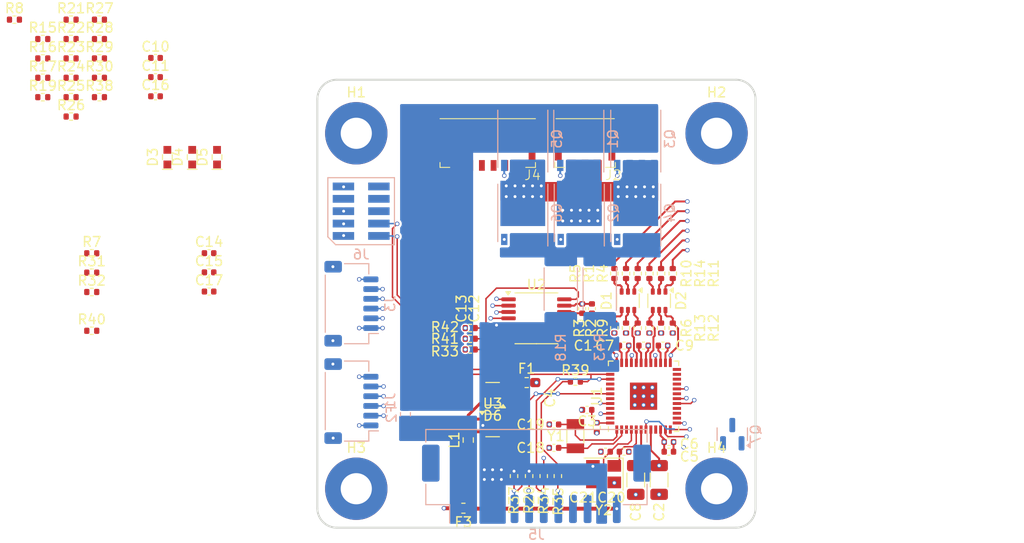
<source format=kicad_pcb>
(kicad_pcb (version 20240108) (generator "pcbnew") (generator_version "8.0")
  (title_block (title "Wheel Motor Driver") (date "2024-12-06") (rev "1") (company "SSL A-Team") (comment 1 "Author: Will Stuckey"))
  (layers (0 "F.Cu" signal) (1 "In1.Cu" signal) (2 "In2.Cu" signal) (3 "In3.Cu" signal) (4 "In4.Cu" signal) (31 "B.Cu" signal) (34 "B.Paste" user) (35 "F.Paste" user) (36 "B.SilkS" user "B.Silkscreen") (37 "F.SilkS" user "F.Silkscreen") (38 "B.Mask" user) (39 "F.Mask" user) (44 "Edge.Cuts" user))
  (net 0 "")
  (net 1 "Net-(U1C-VBOOTU)")
  (net 2 "/motor_driver/MOTOR_{U}")
  (net 3 "GND")
  (net 4 "+BATT")
  (net 6 "+3V0")
  (net 7 "/motor_driver/MOTOR_{V}")
  (net 8 "Net-(U1C-VBOOTV)")
  (net 9 "Net-(U1A-VREG12)")
  (net 10 "Net-(U1C-VBOOTW)")
  (net 11 "/motor_driver/MOTOR_{W}")
  (net 12 "Net-(U1E-OC_COMP)")
  (net 13 "/motor_driver/I_{SENSE(FILTERED)}")
  (net 14 "/3v3_FILT")
  (net 15 "/3v0_PREFUSE")
  (net 16 "/motor_driver/NRST")
  (net 17 "/motor_driver/OSC32_N")
  (net 18 "/motor_driver/OSC32_P")
  (net 19 "/motor_driver/OSC_N")
  (net 20 "/motor_driver/OSC_P")
  (net 21 "Net-(D1A-A)")
  (net 22 "Net-(D1C-A)")
  (net 23 "Net-(D1C-K)")
  (net 24 "Net-(D1B-K)")
  (net 25 "Net-(D1B-A)")
  (net 26 "Net-(D1A-K)")
  (net 27 "Net-(D2B-A)")
  (net 28 "Net-(D2A-K)")
  (net 29 "Net-(D2B-K)")
  (net 30 "Net-(D2A-A)")
  (net 31 "Net-(D2C-K)")
  (net 32 "Net-(D2C-A)")
  (net 33 "+3V3")
  (net 35 "/motor_driver/VEL_ENC_{~{DET}}")
  (net 36 "/encoder/VEL_ENC.B")
  (net 37 "/encoder/VEL_ENC.A")
  (net 38 "/encoder/VEL_ENC.Z")
  (net 39 "/encoder/MOSI")
  (net 40 "/encoder/SCK")
  (net 41 "/encoder/MISO")
  (net 42 "/encoder/CSn")
  (net 43 "/BOOT_UART.RST")
  (net 44 "Net-(Q1-G)")
  (net 45 "Net-(Q2-G)")
  (net 46 "Net-(Q3-G)")
  (net 47 "/motor_driver/LED_{WARN}")
  (net 48 "Net-(D3-A)")
  (net 49 "Net-(Q4-G)")
  (net 50 "Net-(Q5-G)")
  (net 51 "Net-(Q6-G)")
  (net 52 "Net-(D4-A)")
  (net 53 "/motor_driver/LED_{FW_READY}")
  (net 54 "Net-(D5-A)")
  (net 55 "/motor_driver/LED_{ERROR}")
  (net 56 "/motor_driver/V_{sense}_V_{batt}")
  (net 57 "/motor_driver/I_{SENSE(RAW)}")
  (net 58 "/motor_driver/I_{SENSE(AMPLIFIED)}")
  (net 59 "Net-(U1D-OP1N)")
  (net 60 "Net-(U1D-OP1P)")
  (net 61 "/motor_driver/HALL_{1}")
  (net 62 "/motor_driver/HALL_{2}")
  (net 63 "/motor_driver/HALL_{3}")
  (net 64 "Net-(U2-A)")
  (net 65 "/BOOT_UART.RX")
  (net 66 "Net-(J5-Pin_8)")
  (net 67 "/BOOT_UART.TX")
  (net 68 "/BOOT_UART.BOOT0")
  (net 69 "/motor_driver/SWCLK")
  (net 70 "Net-(U2-B)")
  (net 71 "Net-(U2-I)")
  (net 76 "Net-(J5-Pin_1)")
  (net 77 "Net-(J5-Pin_12)")
  (net 80 "/motor_driver/SWDIO")
  (footprint "Capacitor_SMD:C_0402_1005Metric" (layer "F.Cu") (at 216.2 159.2 -90)
    (property "Reference" "C4")
    (property "Value" "0.1uF 63V")
  )
  (footprint "Resistor_SMD:R_0402_1005Metric" (layer "F.Cu") (at 212.2 164.2 90)
    (property "Reference" "R35")
    (property "Value" "330")
  )
  (footprint "Resistor_SMD:R_0402_1005Metric" (layer "F.Cu") (at 210.75 164.2 -90)
    (property "Reference" "R34")
    (property "Value" "100k")
  )
  (footprint "Capacitor_SMD:C_0402_1005Metric" (layer "F.Cu") (at 214.7 147 90)
    (property "Reference" "C13")
    (property "Value" "0.1uF")
  )
  (footprint "Resistor_SMD:R_0402_1005Metric" (layer "F.Cu") (at 159.305 119.32)
    (property "Reference" "R15")
    (property "Value" "10k")
  )
  (footprint "Resistor_SMD:R_0402_1005Metric" (layer "F.Cu") (at 165.125 125.29)
    (property "Reference" "R38")
    (property "Value" "1k")
  )
  (footprint "Capacitor_SMD:C_0402_1005Metric" (layer "F.Cu") (at 223.6 161.7)
    (property "Reference" "C5")
    (property "Value" "1uF 10V")
  )
  (footprint "Resistor_SMD:R_0402_1005Metric" (layer "F.Cu") (at 159.305 123.3)
    (property "Reference" "R17")
    (property "Value" "11.5k")
  )
  (footprint "Capacitor_SMD:C_0402_1005Metric" (layer "F.Cu") (at 176.385 141.31)
    (property "Reference" "C14")
    (property "Value" "0.1u 63V")
  )
  (footprint "Capacitor_SMD:C_1206_3216Metric" (layer "F.Cu") (at 220.2 164.6 -90)
    (property "Reference" "C8")
    (property "Value" "1uF 63V")
  )
  (footprint "Capacitor_SMD:C_0402_1005Metric" (layer "F.Cu") (at 221 150.8)
    (property "Reference" "C7")
    (property "Value" "0.1uF 63V")
  )
  (footprint "Resistor_SMD:R_0402_1005Metric" (layer "F.Cu") (at 222.8 143.4 90)
    (property "Reference" "R14")
    (property "Value" "10")
  )
  (footprint "Resistor_SMD:R_0402_1005Metric" (layer "F.Cu") (at 209.25 164.2 90)
    (property "Reference" "R20")
    (property "Value" "100k")
  )
  (footprint "Resistor_SMD:R_0402_1005Metric" (layer "F.Cu") (at 220.4 143.4 90)
    (property "Reference" "R10")
    (property "Value" "10")
  )
  (footprint "Resistor_SMD:R_0402_1005Metric" (layer "F.Cu") (at 162.215 119.32)
    (property "Reference" "R22")
    (property "Value" "2.37k")
  )
  (footprint "AT-LED:LED0603" (layer "F.Cu") (at 177.2 131.45 90)
    (property "Reference" "D5")
    (property "Value" "XL-1608SURC-06")
  )
  (footprint "Capacitor_SMD:C_0402_1005Metric" (layer "F.Cu") (at 217.1 161.7 180)
    (property "Reference" "C21")
    (property "Value" "11pF")
  )
  (footprint "Resistor_SMD:R_0402_1005Metric" (layer "F.Cu") (at 220.4 149 -90)
    (property "Reference" "R9")
    (property "Value" "62")
  )
  (footprint "Resistor_SMD:R_0402_1005Metric" (layer "F.Cu") (at 162.215 117.33)
    (property "Reference" "R21")
    (property "Value" "143k")
  )
  (footprint "Crystal:Crystal_SMD_3225-4Pin_3.2x2.5mm" (layer "F.Cu") (at 216.9 164 180)
    (property "Reference" "Y2")
    (property "Value" "TAXM8M4RDBCCT2T")
  )
  (footprint "Resistor_SMD:R_0402_1005Metric" (layer "F.Cu") (at 156.395 117.33)
    (property "Reference" "R8")
    (property "Value" "10k")
  )
  (footprint "MountingHole:MountingHole_3.2mm_M3_Pad_TopBottom" (layer "F.Cu") (at 228.5 129)
    (property "Reference" "H2")
    (property "Value" "M3")
  )
  (footprint "Capacitor_SMD:C_0402_1005Metric" (layer "F.Cu") (at 170.885 123.23)
    (property "Reference" "C11")
    (property "Value" "1uF 10V")
  )
  (footprint "MountingHole:MountingHole_3.2mm_M3_Pad_TopBottom" (layer "F.Cu") (at 191.5 129)
    (property "Reference" "H1")
    (property "Value" "M3")
  )
  (footprint "Capacitor_SMD:C_0402_1005Metric" (layer "F.Cu") (at 176.385 145.25)
    (property "Reference" "C17")
    (property "Value" "1uF 10V")
  )
  (footprint "Resistor_SMD:R_0402_1005Metric" (layer "F.Cu") (at 224 149 -90)
    (property "Reference" "R12")
    (property "Value" "62")
  )
  (footprint "Resistor_SMD:R_0402_1005Metric" (layer "F.Cu") (at 165.125 119.32)
    (property "Reference" "R28")
    (property "Value" "4.7k")
  )
  (footprint "Resistor_SMD:R_0402_1005Metric" (layer "F.Cu") (at 164.335 149.28)
    (property "Reference" "R40")
    (property "Value" "10k")
  )
  (footprint "Resistor_SMD:R_0402_1005Metric" (layer "F.Cu") (at 165.125 121.31)
    (property "Reference" "R29")
    (property "Value" "4.7k")
  )
  (footprint "Resistor_SMD:R_0402_1005Metric" (layer "F.Cu") (at 164.335 143.31)
    (property "Reference" "R31")
    (property "Value" "10k")
  )
  (footprint "Capacitor_SMD:C_0402_1005Metric" (layer "F.Cu") (at 219 161.7)
    (property "Reference" "C20")
    (property "Value" "11pF")
  )
  (footprint "Fuse:Fuse_0603_1608Metric_Pad1.05x0.95mm_HandSolder" (layer "F.Cu") (at 202.5 167.5 180)
    (property "Reference" "F3")
    (property "Value" "0467.250NRHF")
  )
  (footprint "Package_TO_SOT_SMD:SOT-353_SC-70-5" (layer "F.Cu") (at 205.5 159)
    (property "Reference" "U3")
    (property "Value" "TLV70030_SOT353")
  )
  (footprint "AT-LED:LED0603" (layer "F.Cu") (at 172.1 131.450001 90)
    (property "Reference" "D3")
    (property "Value" "XL-1608UOC-06")
  )
  (footprint "Resistor_SMD:R_0402_1005Metric" (layer "F.Cu") (at 162.215 121.31)
    (property "Reference" "R23")
    (property "Value" "649k")
  )
  (footprint "Package_SO:TSSOP-14_4.4x5mm_P0.65mm" (layer "F.Cu") (at 210 148)
    (property "Reference" "U2")
    (property "Value" "AS5047P")
  )
  (footprint "AT-LED:LED0603" (layer "F.Cu") (at 174.65 131.45 90)
    (property "Reference" "D4")
    (property "Value" "XL-1608UGC-04")
  )
  (footprint "AT-Connectors:JST_ACHFR_06V" (layer "F.Cu") (at 205 132.5)
    (property "Reference" "J4")
    (property "Value" "BM06B-ACHFKS")
  )
  (footprint "Capacitor_SMD:C_0402_1005Metric" (layer "F.Cu") (at 223 150.8)
    (property "Reference" "C9")
    (property "Value" "0.1uF 63V")
  )
  (footprint "Capacitor_SMD:C_0402_1005Metric" (layer "F.Cu") (at 215.7 147 90)
    (property "Reference" "C12")
    (property "Value" "1uF")
  )
  (footprint "Resistor_SMD:R_0402_1005Metric" (layer "F.Cu") (at 221.6 143.4 90)
    (property "Reference" "R5")
    (property "Value" "10")
  )
  (footprint "Package_TO_SOT_SMD:SOT-363_SC-70-6" (layer "F.Cu") (at 205.5 155.75 180)
    (property "Reference" "D6")
    (property "Value" "BAS16VY")
  )
  (footprint "Package_TO_SOT_SMD:SOT-363_SC-70-6" (layer "F.Cu") (at 222.6 146.2 -90)
    (property "Reference" "D2")
    (property "Value" "BAS16VY")
  )
  (footprint "Resistor_SMD:R_0402_1005Metric" (layer "F.Cu") (at 203.2 151.2)
    (property "Reference" "R33")
    (property "Value" "0")
  )
  (footprint "Resistor_SMD:R_0402_1005Metric" (layer "F.Cu") (at 219.2 149 -90)
    (property "Reference" "R2")
    (property "Value" "62")
  )
  (footprint "MountingHole:MountingHole_3.2mm_M3_Pad_TopBottom" (layer "F.Cu") (at 191.5 165.5)
    (property "Reference" "H3")
    (property "Value" "M3")
  )
  (footprint "Resistor_SMD:R_0402_1005Metric" (layer "F.Cu") (at 224 143.4 90)
    (property "Reference" "R11")
    (property "Value" "10")
  )
  (footprint "MountingHole:MountingHole_3.2mm_M3_Pad_TopBottom" (layer "F.Cu") (at 228.5 165.5)
    (property "Reference" "H4")
    (property "Value" "M3")
  )
  (footprint "Resistor_SMD:R_0402_1005Metric" (layer "F.Cu") (at 203.2 150.1)
    (property "Reference" "R41")
    (property "Value" "0")
  )
  (footprint "Resistor_SMD:R_0402_1005Metric" (layer "F.Cu") (at 164.335 141.32)
    (property "Reference" "R7")
    (property "Value" "10k")
  )
  (footprint "Resistor_SMD:R_0402_1005Metric" (layer "F.Cu") (at 162.215 125.29)
    (property "Reference" "R25")
    (property "Value" "22")
  )
  (footprint "Resistor_SMD:R_0402_1005Metric" (layer "F.Cu") (at 162.215 127.28)
    (property "Reference" "R26")
    (property "Value" "2.37k")
  )
  (footprint "Capacitor_SMD:C_0402_1005Metric" (layer "F.Cu") (at 176.385 143.28)
    (property "Reference" "C15")
    (property "Value" "1uF 10V")
  )
  (footprint "Resistor_SMD:R_0402_1005Metric" (layer "F.Cu") (at 159.305 125.29)
    (property "Reference" "R19")
    (property "Value" "26.7k")
  )
  (footprint "Resistor_SMD:R_0402_1005Metric" (layer "F.Cu") (at 222.8 149 -90)
    (property "Reference" "R13")
    (property "Value" "62")
  )
  (footprint "Capacitor_SMD:C_0402_1005Metric" (layer "F.Cu") (at 170.885 121.26)
    (property "Reference" "C10")
    (property "Value" "1uF 10V")
  )
  (footprint "Resistor_SMD:R_0402_1005Metric" (layer "F.Cu") (at 219.2 143.4 90)
    (property "Reference" "R1")
    (property "Value" "10")
  )
  (footprint "Resistor_SMD:R_0402_1005Metric" (layer "F.Cu") (at 162.215 123.3)
    (property "Reference" "R24")
    (property "Value" "10k")
  )
  (footprint "Resistor_SMD:R_0402_1005Metric" (layer "F.Cu") (at 207.7 164.2 90)
    (property "Reference" "R37")
    (property "Value" "100k")
  )
  (footprint "AT-IC:QFN-48-1EP_7x7mm_P0.5mm_EP2.8x2.8mm" (layer "F.Cu") (at 221 156 90)
    (property "Reference" "U1")
    (property "Value" "STSPIN32F0B")
  )
  (footprint "Resistor_SMD:R_0402_1005Metric" (layer "F.Cu") (at 164.335 145.3)
    (property "Reference" "R32")
    (property "Value" "10k")
  )
  (footprint "AT-Connectors:JST_ACHFR_03V" (layer "F.Cu") (at 215 132.5)
    (property "Reference" "J2")
    (property "Value" "BM03B-ACHFKS")
  )
  (footprint "Capacitor_SMD:C_0402_1005Metric" (layer "F.Cu") (at 215.2 157.4 180)
    (property "Reference" "C3")
    (property "Value" "1uF 10V")
  )
  (footprint "Package_TO_SOT_SMD:SOT-363_SC-70-6" (layer "F.Cu") (at 219.4 146.2 -90)
    (property "Reference" "D1")
    (property "Value" "BAS16VY")
  )
  (footprint "Fuse:Fuse_0603_1608Metric_Pad1.05x0.95mm_HandSolder" (layer "F.Cu") (at 209 154.6)
    (property "Reference" "F1")
    (property "Value" "0467.250NRHF")
  )
  (footprint "Resistor_SMD:R_0402_1005Metric" (layer "F.Cu") (at 165.125 117.33)
    (property "Reference" "R27")
    (property "Value" "53.6k")
  )
  (footprint "Capacitor_SMD:C_0402_1005Metric" (layer "F.Cu") (at 223.6 160.7)
    (property "Reference" "C6")
    (property "Value" "0.1uF 63V")
  )
  (footprint "Capacitor_SMD:C_0402_1005Metric" (layer "F.Cu") (at 211.8 158.9 180)
    (property "Reference" "C19")
    (property "Value" "15pF")
  )
  (footprint "Resistor_SMD:R_0402_1005Metric" (layer "F.Cu") (at 159.305 121.31)
    (property "Reference" "R16")
    (property "Value" "10k")
  )
  (footprint "Capacitor_SMD:C_1206_3216Metric" (layer "F.Cu") (at 222.6 164.6 -90)
    (property "Reference" "C2")
    (property "Value" "1uF 63V")
  )
  (footprint "Capacitor_SMD:C_0402_1005Metric" (layer "F.Cu") (at 170.885 125.2)
    (property "Reference" "C16")
    (property "Value" "100n 50V")
  )
  (footprint "Resistor_SMD:R_0402_1005Metric" (layer "F.Cu") (at 203.2 149)
    (property "Reference" "R42")
    (property "Value" "0")
  )
  (footprint "Resistor_SMD:R_0402_1005Metric" (layer "F.Cu") (at 165.125 123.3)
    (property "Reference" "R30")
    (property "Value" "4.7k")
  )
  (footprint "Crystal:Crystal_SMD_3215-2Pin_3.2x1.5mm" (layer "F.Cu") (at 214 160.1 -90)
    (property "Reference" "Y1")
    (property "Value" "Q13FC13500005")
  )
  (footprint "Resistor_SMD:R_0603_1608Metric" (layer "F.Cu") (at 203 160.5 90)
    (property "Reference" "L1")
    (property "Value" "650 @100MHz")
  )
  (footprint "Resistor_SMD:R_0402_1005Metric" (layer "F.Cu") (at 221.6 149 -90)
    (property "Reference" "R6")
    (property "Value" "62")
  )
  (footprint "Capacitor_SMD:C_0402_1005Metric" (layer "F.Cu") (at 219 150.8)
    (property "Reference" "C1")
    (property "Value" "0.1uF 63V")
  )
  (footprint "Resistor_SMD:R_0402_1005Metric" (layer "F.Cu") (at 218 149 -90)
    (property "Reference" "R3")
    (property "Value" "62")
  )
  (footprint "Resistor_SMD:R_0402_1005Metric" (layer "F.Cu") (at 218 143.4 90)
    (property "Reference" "R4")
    (property "Value" "10")
  )
  (footprint "Resistor_SMD:R_0402_1005Metric" (layer "F.Cu") (at 214 154.5)
    (property "Reference" "R39")
    (property "Value" "0")
  )
  (footprint "Capacitor_SMD:C_0402_1005Metric" (layer "F.Cu") (at 211.8 161.3 180)
    (property "Reference" "C18")
    (property "Value" "15pF")
  )
  (footprint "AT-Connectors:Samtec-2x5pin-0.5mm" (layer "B.Cu") (at 192 137 90)
    (property "Reference" "J6")
    (property "Value" "Conn_ARM_JTAG_SWD_10")
  )
  (footprint "Connector_JST:JST_ZE_SM12B-ZESS-TB_1x12-1MP_P1.50mm_Horizontal" (layer "B.Cu") (at 210 165)
    (property "Reference" "J5")
    (property "Value" "SM12B-ZESS")
  )
  (footprint "Resistor_SMD:R_2512_6332Metric" (layer "B.Cu") (at 212.5 145 -90)
    (property "Reference" "R18")
    (property "Value" "HoLLR2512-3W-30mR-1%")
  )
  (footprint "AT-Discrete:PowerFLAT_5x6" (layer "B.Cu") (at 220.2 129.575 90)
    (property "Reference" "Q3")
    (property "Value" "STL90N10F7")
  )
  (footprint "AT-Discrete:PowerFLAT_5x6" (layer "B.Cu") (at 208.6 129.575 90)
    (property "Reference" "Q5")
    (property "Value" "STL90N10F7")
  )
  (footprint "AT-Discrete:PowerFLAT_5x6" (layer "B.Cu") (at 214.349999 129.575 90)
    (property "Reference" "Q1")
    (property "Value" "STL90N10F7")
  )
  (footprint "Fuse:Fuse_0603_1608Metric_Pad1.05x0.95mm_HandSolder" (layer "B.Cu") (at 196.55 157.85 -90)
    (property "Reference" "F2")
    (property "Value" "4A")
  )
  (footprint "Connector_JST:JST_SH_SM06B-SRSS-TB_1x06-1MP_P1.00mm_Horizontal" (layer "B.Cu") (at 191 156.5 90)
    (property "Reference" "J1")
    (property "Value" "SM06B-SRSS-TB")
  )
  (footprint "Package_TO_SOT_SMD:SOT-23" (layer "B.Cu") (at 230.112501 159.9 90)
    (property "Reference" "Q7")
    (property "Value" "BSS138K")
  )
  (footprint "AT-Discrete:PowerFLAT_5x6" (layer "B.Cu") (at 220.2 137.175 90)
    (property "Reference" "Q4")
    (property "Value" "STL90N10F7")
  )
  (footprint "Connector_JST:JST_SH_SM06B-SRSS-TB_1x06-1MP_P1.00mm_Horizontal" (layer "B.Cu") (at 191 146.5 90)
    (property "Reference" "J3")
    (property "Value" "SM06B-SRSS-TB")
  )
  (footprint "Resistor_SMD:R_2512_6332Metric" (layer "B.Cu") (at 216.5 145 -90)
    (property "Reference" "R43")
    (property "Value" "HoLLR2512-3W-30mR-1%")
  )
  (footprint "AT-Discrete:PowerFLAT_5x6" (layer "B.Cu") (at 208.6 137.175 90)
    (property "Reference" "Q6")
    (property "Value" "STL90N10F7")
  )
  (footprint "AT-Discrete:PowerFLAT_5x6" (layer "B.Cu") (at 214.4 137.175 90)
    (property "Reference" "Q2")
    (property "Value" "STL90N10F7")
  )
  (gr_line (start 230.5 123.5) (end 189.5 123.5) (stroke (width 0.2)) (layer "Edge.Cuts"))
  (gr_arc (start 187.5 125.5) (mid 188.085786 124.085786) (end 189.5 123.5) (stroke (width 0.2)) (layer "Edge.Cuts"))
  (gr_line (start 230.5 169.5) (end 189.5 169.5) (stroke (width 0.2)) (layer "Edge.Cuts"))
  (gr_arc (start 230.5 123.5) (mid 231.914214 124.085786) (end 232.5 125.5) (stroke (width 0.2)) (layer "Edge.Cuts"))
  (gr_line (start 232.5 125.5) (end 232.5 167.5) (stroke (width 0.2)) (layer "Edge.Cuts"))
  (gr_arc (start 189.5 169.5) (mid 188.085786 168.914214) (end 187.5 167.5) (stroke (width 0.2)) (layer "Edge.Cuts"))
  (gr_arc (start 232.5 167.5) (mid 231.914214 168.914214) (end 230.5 169.5) (stroke (width 0.2)) (layer "Edge.Cuts"))
  (gr_line (start 187.5 125.5) (end 187.5 167.5) (stroke (width 0.2)) (layer "Edge.Cuts"))
  (segment (start 218.52 151.32) (end 218.52 150.8) (width 0.2) (layer "F.Cu") (net 1))
  (segment (start 218.75 151.55) (end 218.52 151.32) (width 0.2) (layer "F.Cu") (net 1))
  (segment (start 218.75 152.575) (end 218.75 151.55) (width 0.2) (layer "F.Cu") (net 1))
  (segment (start 219.25 151.55) (end 219.25 152.575) (width 0.2) (layer "F.Cu") (net 2))
  (segment (start 219.48 150.8) (end 219.48 151.32) (width 0.2) (layer "F.Cu") (net 2))
  (segment (start 219.48 151.32) (end 219.25 151.55) (width 0.2) (layer "F.Cu") (net 2))
  (via (at 212.7 138) (size 0.45) (drill 0.3) (layers "F.Cu" "B.Cu") (net 2))
  (via (at 213.6 138) (size 0.45) (drill 0.3) (layers "F.Cu" "B.Cu") (net 2))
  (via (at 216.3 136.9) (size 0.45) (drill 0.3) (layers "F.Cu" "B.Cu") (net 2))
  (via (at 212.7 136.9) (size 0.45) (drill 0.3) (layers "F.Cu" "B.Cu") (net 2))
  (via (at 215.4 138) (size 0.45) (drill 0.3) (layers "F.Cu" "B.Cu") (net 2))
  (via (at 215.4 136.9) (size 0.45) (drill 0.3) (layers "F.Cu" "B.Cu") (net 2))
  (via (at 216.3 138) (size 0.45) (drill 0.3) (layers "F.Cu" "B.Cu") (net 2))
  (via (at 214.5 136.9) (size 0.45) (drill 0.3) (layers "F.Cu" "B.Cu") (net 2))
  (via (at 219.48 150.8) (size 0.45) (drill 0.3) (layers "F.Cu" "B.Cu") (net 2))
  (via (at 213.6 136.9) (size 0.45) (drill 0.3) (layers "F.Cu" "B.Cu") (net 2))
  (via (at 214.5 138) (size 0.45) (drill 0.3) (layers "F.Cu" "B.Cu") (net 2))
  (segment (start 215.8 163.15) (end 215.8 163.2) (width 0.153) (layer "F.Cu") (net 3))
  (segment (start 216.2 159.68) (end 216.2 159.8) (width 0.153) (layer "F.Cu") (net 3))
  (segment (start 220.2 166.075001) (end 220.2 166.1) (width 0.153) (layer "F.Cu") (net 3))
  (segment (start 216.62 161.7) (end 216.6 161.7) (width 0.153) (layer "F.Cu") (net 3))
  (segment (start 209.25 163.690001) (end 209.25 163.7) (width 0.153) (layer "F.Cu") (net 3))
  (segment (start 212.8625 146.7) (end 213.9 146.7) (width 0.2) (layer "F.Cu") (net 3))
  (segment (start 207.1375 148.65) (end 205.95 148.65) (width 0.153) (layer "F.Cu") (net 3))
  (segment (start 205.95 148.65) (end 205.9 148.7) (width 0.153) (layer "F.Cu") (net 3))
  (segment (start 214.08 146.52) (end 214.7 146.52) (width 0.2) (layer "F.Cu") (net 3))
  (segment (start 224.08 160.7) (end 224.1 160.7) (width 0.2) (layer "F.Cu") (net 3))
  (segment (start 217.575 156.75) (end 216.6 156.75) (width 0.153) (layer "F.Cu") (net 3))
  (segment (start 216.6 156.75) (end 216.55 156.7) (width 0.153) (layer "F.Cu") (net 3))
  (segment (start 218 164.85) (end 218 164.9) (width 0.153) (layer "F.Cu") (net 3))
  (segment (start 213.9 146.7) (end 214.08 146.52) (width 0.2) (layer "F.Cu") (net 3))
  (segment (start 225.35 155.25) (end 225.4 155.2) (width 0.153) (layer "F.Cu") (net 3))
  (segment (start 204.55 159) (end 204.5 159) (width 0.3) (layer "F.Cu") (net 3))
  (segment (start 207.7 163.690001) (end 207.7 163.7) (width 0.153) (layer "F.Cu") (net 3))
  (segment (start 222.6 166.075001) (end 222.6 166.1) (width 0.153) (layer "F.Cu") (net 3))
  (segment (start 224.425 155.25) (end 225.35 155.25) (width 0.153) (layer "F.Cu") (net 3))
  (segment (start 214.72 157.4) (end 214.6 157.4) (width 0.153) (layer "F.Cu") (net 3))
  (segment (start 215.7 146.52) (end 214.7 146.52) (width 0.2) (layer "F.Cu") (net 3))
  (segment (start 219.48 161.7) (end 219.5 161.7) (width 0.153) (layer "F.Cu") (net 3))
  (segment (start 224.08 161.7) (end 224.08 160.7) (width 0.2) (layer "F.Cu") (net 3))
  (via (at 220.1 156) (size 0.45) (drill 0.3) (layers "F.Cu" "B.Cu") (net 3))
  (via (at 204.65 164.55) (size 0.45) (drill 0.3) (layers "F.Cu" "B.Cu") (net 3))
  (via (at 215.8 163.2) (size 0.45) (drill 0.3) (layers "F.Cu" "B.Cu") (net 3))
  (via (at 221 156) (size 0.45) (drill 0.3) (layers "F.Cu" "B.Cu") (net 3))
  (via (at 216.2 159.8) (size 0.45) (drill 0.3) (layers "F.Cu" "B.Cu") (net 3))
  (via (at 221 156.9) (size 0.45) (drill 0.3) (layers "F.Cu" "B.Cu") (net 3))
  (via (at 224.1 160.7) (size 0.45) (drill 0.3) (layers "F.Cu" "B.Cu") (net 3))
  (via (at 220.1 156.9) (size 0.45) (drill 0.3) (layers "F.Cu" "B.Cu") (net 3))
  (via (at 204.65 163.55) (size 0.45) (drill 0.3) (layers "F.Cu" "B.Cu") (net 3))
  (via (at 207.7 163.7) (size 0.45) (drill 0.3) (layers "F.Cu" "B.Cu") (net 3))
  (via (at 204.5 159) (size 0.45) (drill 0.3) (layers "F.Cu" "B.Cu") (net 3))
  (via (at 221.9 155.1) (size 0.45) (drill 0.3) (layers "F.Cu" "B.Cu") (net 3))
  (via (at 220.1 155.1) (size 0.45) (drill 0.3) (layers "F.Cu" "B.Cu") (net 3))
  (via (at 205.5 164.55) (size 0.45) (drill 0.3) (layers "F.Cu" "B.Cu") (net 3))
  (via (at 211.32 158.9) (size 0.45) (drill 0.3) (layers "F.Cu" "B.Cu") (net 3))
  (via (at 206.4 163.55) (size 0.45) (drill 0.3) (layers "F.Cu" "B.Cu") (net 3))
  (via (at 190.2 137) (size 0.45) (drill 0.3) (layers "F.Cu" "B.Cu") (net 3))
  (via (at 205.5 163.55) (size 0.45) (drill 0.3) (layers "F.Cu" "B.Cu") (net 3))
  (via (at 225.4 155.2) (size 0.45) (drill 0.3) (layers "F.Cu" "B.Cu") (net 3))
  (via (at 206.4 164.55) (size 0.45) (drill 0.3) (layers "F.Cu" "B.Cu") (net 3))
  (via (at 189.1 152.7) (size 0.45) (drill 0.3) (layers "F.Cu" "B.Cu") (net 3))
  (via (at 190.2 138.3) (size 0.45) (drill 0.3) (layers "F.Cu" "B.Cu") (net 3))
  (via (at 189.125 160.3) (size 0.45) (drill 0.3) (layers "F.Cu" "B.Cu") (net 3))
  (via (at 220.2 166.1) (size 0.45) (drill 0.3) (layers "F.Cu" "B.Cu") (net 3))
  (via (at 221 155.1) (size 0.45) (drill 0.3) (layers "F.Cu" "B.Cu") (net 3))
  (via (at 222.6 166.1) (size 0.45) (drill 0.3) (layers "F.Cu" "B.Cu") (net 3))
  (via (at 191.8 144) (size 0.45) (drill 0.3) (layers "F.Cu" "B.Cu") (net 3))
  (via (at 218 164.9) (size 0.45) (drill 0.3) (layers "F.Cu" "B.Cu") (net 3))
  (via (at 216.55 156.7) (size 0.45) (drill 0.3) (layers "F.Cu" "B.Cu") (net 3))
  (via (at 189.1 142.7) (size 0.45) (drill 0.3) (layers "F.Cu" "B.Cu") (net 3))
  (via (at 205.9 148.7) (size 0.45) (drill 0.3) (layers "F.Cu" "B.Cu") (net 3))
  (via (at 214.6 157.4) (size 0.45) (drill 0.3) (layers "F.Cu" "B.Cu") (net 3))
  (via (at 211.3 161.3) (size 0.45) (drill 0.3) (layers "F.Cu" "B.Cu") (net 3))
  (via (at 191.8 154) (size 0.45) (drill 0.3) (layers "F.Cu" "B.Cu") (net 3))
  (via (at 219.5 161.7) (size 0.45) (drill 0.3) (layers "F.Cu" "B.Cu") (net 3))
  (via (at 209.25 163.7) (size 0.45) (drill 0.3) (layers "F.Cu" "B.Cu") (net 3))
  (via (at 214.7 146.52) (size 0.45) (drill 0.3) (layers "F.Cu" "B.Cu") (net 3))
  (via (at 189.1 150.3) (size 0.45) (drill 0.3) (layers "F.Cu" "B.Cu") (net 3))
  (via (at 221.9 156.9) (size 0.45) (drill 0.3) (layers "F.Cu" "B.Cu") (net 3))
  (via (at 190.2 134.5) (size 0.45) (drill 0.3) (layers "F.Cu" "B.Cu") (net 3))
  (via (at 221.9 156) (size 0.45) (drill 0.3) (layers "F.Cu" "B.Cu") (net 3))
  (via (at 216.6 161.7) (size 0.45) (drill 0.3) (layers "F.Cu" "B.Cu") (net 3))
  (segment (start 189.125 150.3) (end 189.1 150.3) (width 0.153) (layer "B.Cu") (net 3))
  (segment (start 190.18 134.48) (end 190.2 134.5) (width 0.153) (layer "B.Cu") (net 3))
  (segment (start 193.000001 154) (end 191.8 154) (width 0.153) (layer "B.Cu") (net 3))
  (segment (start 189.125 152.7) (end 189.1 152.7) (width 0.153) (layer "B.Cu") (net 3))
  (segment (start 193.000001 144) (end 191.8 144) (width 0.153) (layer "B.Cu") (net 3))
  (segment (start 190.18 138.27) (end 190.18 138.28) (width 0.153) (layer "B.Cu") (net 3))
  (segment (start 190.18 134.46) (end 190.18 134.48) (width 0.153) (layer "B.Cu") (net 3))
  (segment (start 189.125 142.7) (end 189.1 142.7) (width 0.153) (layer "B.Cu") (net 3))
  (segment (start 190.18 138.28) (end 190.2 138.3) (width 0.153) (layer "B.Cu") (net 3))
  (segment (start 190.18 137) (end 190.2 137) (width 0.153) (layer "B.Cu") (net 3))
  (segment (start 221.75 159.425) (end 221.75 161.55) (width 0.2) (layer "F.Cu") (net 4))
  (segment (start 221.75 161.55) (end 222.6 162.4) (width 0.2) (layer "F.Cu") (net 4))
  (segment (start 222.6 162.4) (end 222.6 163.124999) (width 0.2) (layer "F.Cu") (net 4))
  (via (at 222.6 163.124999) (size 0.45) (drill 0.3) (layers "F.Cu" "B.Cu") (net 4))
  (segment (start 223.12 161.7) (end 223.12 160.7) (width 0.2) (layer "F.Cu") (net 6))
  (segment (start 222.75 159.425) (end 222.75 160.05) (width 0.2) (layer "F.Cu") (net 6))
  (segment (start 209.874999 154.6) (end 210 154.6) (width 0.3) (layer "F.Cu") (net 6))
  (segment (start 222.75 160.05) (end 223.12 160.42) (width 0.2) (layer "F.Cu") (net 6))
  (segment (start 223.12 160.42) (end 223.12 160.7) (width 0.2) (layer "F.Cu") (net 6))
  (via (at 223.12 160.7) (size 0.45) (drill 0.3) (layers "F.Cu" "B.Cu") (net 6))
  (via (at 210 154.6) (size 0.45) (drill 0.3) (layers "F.Cu" "B.Cu") (net 6))
  (segment (start 221.48 151.32) (end 221.25 151.55) (width 0.2) (layer "F.Cu") (net 7))
  (segment (start 221.48 150.8) (end 221.48 151.32) (width 0.2) (layer "F.Cu") (net 7))
  (segment (start 221.25 151.55) (end 221.25 152.575) (width 0.2) (layer "F.Cu") (net 7))
  (via (at 220.2 135.5) (size 0.45) (drill 0.3) (layers "F.Cu" "B.Cu") (net 7))
  (via (at 222 135.5) (size 0.45) (drill 0.3) (layers "F.Cu" "B.Cu") (net 7))
  (via (at 221.1 135.5) (size 0.45) (drill 0.3) (layers "F.Cu" "B.Cu") (net 7))
  (via (at 219.3 135.5) (size 0.45) (drill 0.3) (layers "F.Cu" "B.Cu") (net 7))
  (via (at 218.4 135.5) (size 0.45) (drill 0.3) (layers "F.Cu" "B.Cu") (net 7))
  (via (at 221.1 134.5) (size 0.45) (drill 0.3) (layers "F.Cu" "B.Cu") (net 7))
  (via (at 218.4 134.5) (size 0.45) (drill 0.3) (layers "F.Cu" "B.Cu") (net 7))
  (via (at 220.2 134.5) (size 0.45) (drill 0.3) (layers "F.Cu" "B.Cu") (net 7))
  (via (at 222 134.5) (size 0.45) (drill 0.3) (layers "F.Cu" "B.Cu") (net 7))
  (via (at 221.48 150.8) (size 0.45) (drill 0.3) (layers "F.Cu" "B.Cu") (net 7))
  (via (at 219.3 134.5) (size 0.45) (drill 0.3) (layers "F.Cu" "B.Cu") (net 7))
  (segment (start 220.75 151.55) (end 220.52 151.32) (width 0.2) (layer "F.Cu") (net 8))
  (segment (start 220.75 152.575) (end 220.75 151.55) (width 0.2) (layer "F.Cu") (net 8))
  (segment (start 220.52 151.32) (end 220.52 150.8) (width 0.2) (layer "F.Cu") (net 8))
  (segment (start 220.2 162.1) (end 220.2 163.124999) (width 0.2) (layer "F.Cu") (net 9))
  (segment (start 220.75 161.55) (end 220.2 162.1) (width 0.2) (layer "F.Cu") (net 9))
  (segment (start 220.75 159.425) (end 220.75 161.55) (width 0.2) (layer "F.Cu") (net 9))
  (segment (start 222.52 151.32) (end 222.52 150.8) (width 0.2) (layer "F.Cu") (net 10))
  (segment (start 222.75 151.55) (end 222.52 151.32) (width 0.2) (layer "F.Cu") (net 10))
  (segment (start 222.75 152.575) (end 222.75 151.55) (width 0.2) (layer "F.Cu") (net 10))
  (segment (start 223.25 151.55) (end 223.25 152.575) (width 0.2) (layer "F.Cu") (net 11))
  (segment (start 223.48 150.8) (end 223.48 151.32) (width 0.2) (layer "F.Cu") (net 11))
  (segment (start 223.48 151.32) (end 223.25 151.55) (width 0.2) (layer "F.Cu") (net 11))
  (via (at 210.5 135.5) (size 0.45) (drill 0.3) (layers "F.Cu" "B.Cu") (net 11))
  (via (at 207.8 135.5) (size 0.45) (drill 0.3) (layers "F.Cu" "B.Cu") (net 11))
  (via (at 223.48 150.8) (size 0.45) (drill 0.3) (layers "F.Cu" "B.Cu") (net 11))
  (via (at 209.6 134.4) (size 0.45) (drill 0.3) (layers "F.Cu" "B.Cu") (net 11))
  (via (at 206.9 135.5) (size 0.45) (drill 0.3) (layers "F.Cu" "B.Cu") (net 11))
  (via (at 206.9 134.4) (size 0.45) (drill 0.3) (layers "F.Cu" "B.Cu") (net 11))
  (via (at 207.8 134.4) (size 0.45) (drill 0.3) (layers "F.Cu" "B.Cu") (net 11))
  (via (at 208.7 135.5) (size 0.45) (drill 0.3) (layers "F.Cu" "B.Cu") (net 11))
  (via (at 210.5 134.4) (size 0.45) (drill 0.3) (layers "F.Cu" "B.Cu") (net 11))
  (via (at 209.6 135.5) (size 0.45) (drill 0.3) (layers "F.Cu" "B.Cu") (net 11))
  (via (at 208.7 134.4) (size 0.45) (drill 0.3) (layers "F.Cu" "B.Cu") (net 11))
  (segment (start 203 157.95) (end 204.55 156.4) (width 0.3) (layer "F.Cu") (net 14))
  (segment (start 203.65 158.35) (end 203 159) (width 0.3) (layer "F.Cu") (net 14))
  (segment (start 204.55 158.35) (end 203.65 158.35) (width 0.3) (layer "F.Cu") (net 14))
  (segment (start 204.55 159.65) (end 203.025 159.65) (width 0.3) (layer "F.Cu") (net 14))
  (segment (start 203.025 159.65) (end 203 159.675) (width 0.3) (layer "F.Cu") (net 14))
  (segment (start 204.550001 155.75) (end 204.550001 156.399999) (width 0.3) (layer "F.Cu") (net 14))
  (segment (start 204.55 155.749999) (end 204.550001 155.75) (width 0.3) (layer "F.Cu") (net 14))
  (segment (start 203 159) (end 203 159.675) (width 0.3) (layer "F.Cu") (net 14))
  (segment (start 204.550001 156.399999) (end 204.55 156.4) (width 0.3) (layer "F.Cu") (net 14))
  (segment (start 203 159.675) (end 203 157.95) (width 0.3) (layer "F.Cu") (net 14))
  (segment (start 204.55 155.1) (end 204.55 155.749999) (width 0.3) (layer "F.Cu") (net 14))
  (segment (start 206.45 155.1) (end 206.45 155.749999) (width 0.3) (layer "F.Cu") (net 15))
  (segment (start 206.45 156.4) (end 206.45 158.35) (width 0.3) (layer "F.Cu") (net 15))
  (segment (start 206.45 155.749999) (end 206.449999 155.75) (width 0.3) (layer "F.Cu") (net 15))
  (segment (start 206.449999 155.75) (end 206.449999 156.399999) (width 0.3) (layer "F.Cu") (net 15))
  (segment (start 206.45 155.1) (end 206.45 154.95) (width 0.3) (layer "F.Cu") (net 15))
  (segment (start 206.8 154.6) (end 208.125001 154.6) (width 0.3) (layer "F.Cu") (net 15))
  (segment (start 206.45 154.95) (end 206.8 154.6) (width 0.3) (layer "F.Cu") (net 15))
  (segment (start 206.449999 156.399999) (end 206.45 156.4) (width 0.3) (layer "F.Cu") (net 15))
  (segment (start 221.25 158.65) (end 221.3 158.6) (width 0.153) (layer "F.Cu") (net 16))
  (segment (start 221.25 159.425) (end 221.25 158.65) (width 0.153) (layer "F.Cu") (net 16))
  (via (at 221.3 158.6) (size 0.45) (drill 0.3) (layers "F.Cu" "B.Cu") (net 16))
  (segment (start 222.6 158.6) (end 221.3 158.6) (width 0.153) (layer "B.Cu") (net 16))
  (segment (start 224.1625 159.362499) (end 223.362499 159.362499) (width 0.153) (layer "B.Cu") (net 16))
  (segment (start 223.362499 159.362499) (end 222.6 158.6) (width 0.153) (layer "B.Cu") (net 16))
  (segment (start 217.89598 160.9) (end 218.75 160.04598) (width 0.153) (layer "F.Cu") (net 17))
  (segment (start 215.250001 161.349999) (end 215.7 160.9) (width 0.153) (layer "F.Cu") (net 17))
  (segment (start 218.75 160.04598) (end 218.75 159.425) (width 0.153) (layer "F.Cu") (net 17))
  (segment (start 212.22 161.3) (end 212.2 161.3) (width 0.153) (layer "F.Cu") (net 17))
  (segment (start 215.250001 161.349999) (end 214 161.349999) (width 0.153) (layer "F.Cu") (net 17))
  (segment (start 212.28 161.3) (end 213.950001 161.3) (width 0.153) (layer "F.Cu") (net 17))
  (segment (start 215.7 160.9) (end 217.89598 160.9) (width 0.153) (layer "F.Cu") (net 17))
  (segment (start 214.5 160.5) (end 214 160) (width 0.153) (layer "F.Cu") (net 18))
  (segment (start 214 158.850001) (end 214.450001 158.850001) (width 0.153) (layer "F.Cu") (net 18))
  (segment (start 212.28 158.9) (end 213.950001 158.9) (width 0.153) (layer "F.Cu") (net 18))
  (segment (start 218.25 160.15) (end 217.9 160.5) (width 0.153) (layer "F.Cu") (net 18))
  (segment (start 214.049999 158.9) (end 214 158.850001) (width 0.153) (layer "F.Cu") (net 18))
  (segment (start 212.22 158.9) (end 212.2 158.9) (width 0.153) (layer "F.Cu") (net 18))
  (segment (start 214 160) (end 214 158.850001) (width 0.153) (layer "F.Cu") (net 18))
  (segment (start 218.25 159.425) (end 218.25 160.15) (width 0.153) (layer "F.Cu") (net 18))
  (segment (start 217.9 160.5) (end 214.5 160.5) (width 0.153) (layer "F.Cu") (net 18))
  (segment (start 219.9135 161.1865) (end 220.25 160.85) (width 0.153) (layer "F.Cu") (net 19))
  (segment (start 220.25 160.85) (end 220.25 159.425) (width 0.153) (layer "F.Cu") (net 19))
  (segment (start 218.52 161.7) (end 219.0335 161.1865) (width 0.153) (layer "F.Cu") (net 19))
  (segment (start 218.52 161.7) (end 218.52 162.63) (width 0.153) (layer "F.Cu") (net 19))
  (segment (start 218.52 162.63) (end 218 163.15) (width 0.153) (layer "F.Cu") (net 19))
  (segment (start 219.0335 161.1865) (end 219.9135 161.1865) (width 0.153) (layer "F.Cu") (net 19))
  (segment (start 216.05 164.85) (end 216.9 164) (width 0.153) (layer "F.Cu") (net 20))
  (segment (start 215.8 164.85) (end 216.05 164.85) (width 0.153) (layer "F.Cu") (net 20))
  (segment (start 219.3935 160.9065) (end 219.75 160.55) (width 0.153) (layer "F.Cu") (net 20))
  (segment (start 217.58 161.7) (end 218.3735 160.9065) (width 0.153) (layer "F.Cu") (net 20))
  (segment (start 219.75 160.55) (end 219.75 159.425) (width 0.153) (layer "F.Cu") (net 20))
  (segment (start 216.9 164) (end 216.9 162.38) (width 0.153) (layer "F.Cu") (net 20))
  (segment (start 218.3735 160.9065) (end 219.3935 160.9065) (width 0.153) (layer "F.Cu") (net 20))
  (segment (start 216.9 162.38) (end 217.58 161.7) (width 0.153) (layer "F.Cu") (net 20))
  (segment (start 220.05 144.75) (end 220.05 145.25) (width 0.2) (layer "F.Cu") (net 21))
  (segment (start 220.4 143.909999) (end 220.4 144.4) (width 0.2) (layer "F.Cu") (net 21))
  (segment (start 220.4 144.4) (end 220.05 144.75) (width 0.2) (layer "F.Cu") (net 21))
  (segment (start 218.6 144.6) (end 218.75 144.75) (width 0.2) (layer "F.Cu") (net 22))
  (segment (start 218 144.4) (end 218.2 144.6) (width 0.2) (layer "F.Cu") (net 22))
  (segment (start 218.75 144.75) (end 218.75 145.25) (width 0.2) (layer "F.Cu") (net 22))
  (segment (start 218.2 144.6) (end 218.6 144.6) (width 0.2) (layer "F.Cu") (net 22))
  (segment (start 218 143.909999) (end 218 144.4) (width 0.2) (layer "F.Cu") (net 22))
  (segment (start 218.2 151.8) (end 217.453 151.053) (width 0.2) (layer "F.Cu") (net 23))
  (segment (start 218.25 152.575) (end 218.25 151.85) (width 0.2) (layer "F.Cu") (net 23))
  (segment (start 218.75 147.65) (end 218.6 147.8) (width 0.2) (layer "F.Cu") (net 23))
  (segment (start 218.2 147.8) (end 218 148) (width 0.2) (layer "F.Cu") (net 23))
  (segment (start 218 148) (end 218 148.490001) (width 0.2) (layer "F.Cu") (net 23))
  (segment (start 217.453 149.037001) (end 218 148.490001) (width 0.2) (layer "F.Cu") (net 23))
  (segment (start 218.75 147.15) (end 218.75 147.65) (width 0.2) (layer "F.Cu") (net 23))
  (segment (start 218.6 147.8) (end 218.2 147.8) (width 0.2) (layer "F.Cu") (net 23))
  (segment (start 218.25 151.85) (end 218.2 151.8) (width 0.2) (layer "F.Cu") (net 23))
  (segment (start 217.453 151.053) (end 217.453 149.037001) (width 0.2) (layer "F.Cu") (net 23))
  (via (at 218.2 151.8) (size 0.45) (drill 0.3) (layers "F.Cu" "B.Cu") (net 23))
  (segment (start 219.75 152.575) (end 219.75 151.85) (width 0.2) (layer "F.Cu") (net 24))
  (segment (start 219.4 147.149999) (end 219.4 147.6) (width 0.2) (layer "F.Cu") (net 24))
  (segment (start 219.4 147.6) (end 219.2 147.8) (width 0.2) (layer "F.Cu") (net 24))
  (segment (start 219.75 151.85) (end 219.8 151.8) (width 0.2) (layer "F.Cu") (net 24))
  (segment (start 219.2 147.8) (end 219.2 148.490001) (width 0.2) (layer "F.Cu") (net 24))
  (via (at 219.8 151.8) (size 0.45) (drill 0.3) (layers "F.Cu" "B.Cu") (net 24))
  (segment (start 219.2 143.909999) (end 219.2 144.4) (width 0.2) (layer "F.Cu") (net 25))
  (segment (start 219.2 144.4) (end 219.4 144.6) (width 0.2) (layer "F.Cu") (net 25))
  (segment (start 219.4 144.6) (end 219.4 145.250001) (width 0.2) (layer "F.Cu") (net 25))
  (segment (start 220.013 151.300236) (end 220.013 149.958687) (width 0.2) (layer "F.Cu") (net 26))
  (segment (start 220.304 152.521) (end 220.304 151.591236) (width 0.2) (layer "F.Cu") (net 26))
  (segment (start 220.05 147.65) (end 220.4 148) (width 0.2) (layer "F.Cu") (net 26))
  (segment (start 220.013 149.958687) (end 219.853 149.798687) (width 0.2) (layer "F.Cu") (net 26))
  (segment (start 219.853 149.037001) (end 220.4 148.490001) (width 0.2) (layer "F.Cu") (net 26))
  (segment (start 219.853 149.798687) (end 219.853 149.037001) (width 0.2) (layer "F.Cu") (net 26))
  (segment (start 220.25 152.575) (end 220.304 152.521) (width 0.2) (layer "F.Cu") (net 26))
  (segment (start 220.05 147.15) (end 220.05 147.65) (width 0.2) (layer "F.Cu") (net 26))
  (segment (start 220.304 151.591236) (end 220.013 151.300236) (width 0.2) (layer "F.Cu") (net 26))
  (segment (start 220.4 148) (end 220.4 148.490001) (width 0.2) (layer "F.Cu") (net 26))
  (segment (start 222.8 144.4) (end 222.6 144.6) (width 0.2) (layer "F.Cu") (net 27))
  (segment (start 222.8 143.909999) (end 222.8 144.4) (width 0.2) (layer "F.Cu") (net 27))
  (segment (start 222.6 144.6) (end 222.6 145.250001) (width 0.2) (layer "F.Cu") (net 27))
  (segment (start 224.547 150.853) (end 224.547 149.037001) (width 0.2) (layer "F.Cu") (net 28))
  (segment (start 223.4 147.8) (end 223.8 147.8) (width 0.2) (layer "F.Cu") (net 28))
  (segment (start 223.25 147.15) (end 223.25 147.65) (width 0.2) (layer "F.Cu") (net 28))
  (segment (start 223.75 151.85) (end 223.8 151.8) (width 0.2) (layer "F.Cu") (net 28))
  (segment (start 223.8 147.8) (end 224 148) (width 0.2) (layer "F.Cu") (net 28))
  (segment (start 224 148) (end 224 148.490001) (width 0.2) (layer "F.Cu") (net 28))
  (segment (start 223.8 151.6) (end 224.547 150.853) (width 0.2) (layer "F.Cu") (net 28))
  (segment (start 223.75 152.575) (end 223.75 151.85) (width 0.2) (layer "F.Cu") (net 28))
  (segment (start 223.25 147.65) (end 223.4 147.8) (width 0.2) (layer "F.Cu") (net 28))
  (segment (start 223.8 151.8) (end 223.8 151.6) (width 0.2) (layer "F.Cu") (net 28))
  (segment (start 224.547 149.037001) (end 224 148.490001) (width 0.2) (layer "F.Cu") (net 28))
  (via (at 223.8 151.8) (size 0.45) (drill 0.3) (layers "F.Cu" "B.Cu") (net 28))
  (segment (start 222.6 147.6) (end 222.8 147.8) (width 0.2) (layer "F.Cu") (net 29))
  (segment (start 222.25 151.85) (end 222.2 151.8) (width 0.2) (layer "F.Cu") (net 29))
  (segment (start 222.8 147.8) (end 222.8 148.490001) (width 0.2) (layer "F.Cu") (net 29))
  (segment (start 222.25 152.575) (end 222.25 151.85) (width 0.2) (layer "F.Cu") (net 29))
  (segment (start 222.6 147.149999) (end 222.6 147.6) (width 0.2) (layer "F.Cu") (net 29))
  (via (at 222.2 151.8) (size 0.45) (drill 0.3) (layers "F.Cu" "B.Cu") (net 29))
  (segment (start 223.4 144.6) (end 223.25 144.75) (width 0.2) (layer "F.Cu") (net 30))
  (segment (start 223.8 144.6) (end 223.4 144.6) (width 0.2) (layer "F.Cu") (net 30))
  (segment (start 224 144.4) (end 223.8 144.6) (width 0.2) (layer "F.Cu") (net 30))
  (segment (start 223.25 144.75) (end 223.25 145.25) (width 0.2) (layer "F.Cu") (net 30))
  (segment (start 224 143.909999) (end 224 144.4) (width 0.2) (layer "F.Cu") (net 30))
  (segment (start 221.6 148.490001) (end 221.6 148) (width 0.2) (layer "F.Cu") (net 31))
  (segment (start 221.75 152.575) (end 221.696 152.521) (width 0.2) (layer "F.Cu") (net 31))
  (segment (start 222.147 149.037001) (end 221.6 148.490001) (width 0.2) (layer "F.Cu") (net 31))
  (segment (start 221.6 148) (end 221.95 147.65) (width 0.2) (layer "F.Cu") (net 31))
  (segment (start 222.147 149.798687) (end 222.147 149.037001) (width 0.2) (layer "F.Cu") (net 31))
  (segment (start 221.696 152.521) (end 221.696 151.591236) (width 0.2) (layer "F.Cu") (net 31))
  (segment (start 222.013 151.274236) (end 222.013 149.932687) (width 0.2) (layer "F.Cu") (net 31))
  (segment (start 221.696 151.591236) (end 222.013 151.274236) (width 0.2) (layer "F.Cu") (net 31))
  (segment (start 222.013 149.932687) (end 222.147 149.798687) (width 0.2) (layer "F.Cu") (net 31))
  (segment (start 221.95 147.65) (end 221.95 147.15) (width 0.2) (layer "F.Cu") (net 31))
  (segment (start 221.6 143.909999) (end 221.6 144.4) (width 0.2) (layer "F.Cu") (net 32))
  (segment (start 221.95 144.75) (end 221.95 145.25) (width 0.2) (layer "F.Cu") (net 32))
  (segment (start 221.6 144.4) (end 221.95 144.75) (width 0.2) (layer "F.Cu") (net 32))
  (segment (start 216.23 158.75) (end 216.2 158.72) (width 0.153) (layer "F.Cu") (net 33))
  (segment (start 213.98 147.48) (end 214.7 147.48) (width 0.2) (layer "F.Cu") (net 33))
  (segment (start 210.75 163.690001) (end 210.75 162.35) (width 0.153) (layer "F.Cu") (net 33))
  (segment (start 215.68 158.2) (end 215.68 157.4) (width 0.153) (layer "F.Cu") (net 33))
  (segment (start 217.575 158.75) (end 216.23 158.75) (width 0.153) (layer "F.Cu") (net 33))
  (segment (start 203 161.325) (end 203 162.5) (width 0.4) (layer "F.Cu") (net 33))
  (segment (start 215.7 147.48) (end 214.7 147.48) (width 0.2) (layer "F.Cu") (net 33))
  (segment (start 213.85 147.35) (end 213.98 147.48) (width 0.2) (layer "F.Cu") (net 33))
  (segment (start 203 162.5) (end 201.625001 163.874999) (width 0.4) (layer "F.Cu") (net 33))
  (segment (start 212.8625 147.35) (end 213.85 147.35) (width 0.2) (layer "F.Cu") (net 33))
  (segment (start 212.8625 148) (end 212.8625 147.35) (width 0.2) (layer "F.Cu") (net 33))
  (segment (start 201.625001 163.874999) (end 201.625001 167.5) (width 0.4) (layer "F.Cu") (net 33))
  (segment (start 201.625001 167.5) (end 200.5 167.5) (width 0.4) (layer "F.Cu") (net 33))
  (segment (start 216.2 158.72) (end 215.68 158.2) (width 0.153) (layer "F.Cu") (net 33))
  (via (at 210.75 162.35) (size 0.45) (drill 0.3) (layers "F.Cu" "B.Cu") (net 33))
  (via (at 194.2 149) (size 0.45) (drill 0.3) (layers "F.Cu" "B.Cu") (net 33))
  (via (at 216.2 158.72) (size 0.45) (drill 0.3) (layers "F.Cu" "B.Cu") (net 33))
  (via (at 200.5 167.5) (size 0.45) (drill 0.3) (layers "F.Cu" "B.Cu") (net 33))
  (via (at 191.8 149) (size 0.45) (drill 0.3) (layers "F.Cu" "B.Cu") (net 33))
  (via (at 191.8 159) (size 0.45) (drill 0.3) (layers "F.Cu" "B.Cu") (net 33))
  (via (at 190.2 139.5) (size 0.45) (drill 0.3) (layers "F.Cu" "B.Cu") (net 33))
  (segment (start 190.18 139.54) (end 190.18 139.52) (width 0.153) (layer "B.Cu") (net 33))
  (segment (start 193.000001 149) (end 191.8 149) (width 0.153) (layer "B.Cu") (net 33))
  (segment (start 193.000001 149) (end 194.2 149) (width 0.153) (layer "B.Cu") (net 33))
  (segment (start 193.000001 159) (end 193.1 159) (width 0.153) (layer "B.Cu") (net 33))
  (segment (start 190.18 139.52) (end 190.2 139.5) (width 0.153) (layer "B.Cu") (net 33))
  (segment (start 193.1 159) (end 191.8 159) (width 0.153) (layer "B.Cu") (net 33))
  (via (at 194.3 158) (size 0.45) (drill 0.3) (layers "F.Cu" "B.Cu") (net 35))
  (segment (start 193 158) (end 194.3 158) (width 0.153) (layer "B.Cu") (net 35))
  (segment (start 224.425 156.25) (end 225.35 156.25) (width 0.153) (layer "F.Cu") (net 36))
  (segment (start 202.690001 150.1) (end 202.7 150.1) (width 0.153) (layer "F.Cu") (net 36))
  (segment (start 225.35 156.25) (end 225.4 156.2) (width 0.153) (layer "F.Cu") (net 36))
  (via (at 202.7 150.1) (size 0.45) (drill 0.3) (layers "F.Cu" "B.Cu") (net 36))
  (via (at 194.3 156) (size 0.45) (drill 0.3) (layers "F.Cu" "B.Cu") (net 36))
  (via (at 225.4 156.2) (size 0.45) (drill 0.3) (layers "F.Cu" "B.Cu") (net 36))
  (segment (start 193 156) (end 194.3 156) (width 0.153) (layer "B.Cu") (net 36))
  (segment (start 202.690001 151.2) (end 202.7 151.2) (width 0.153) (layer "F.Cu") (net 37))
  (segment (start 225.85 156.75) (end 226.2 156.4) (width 0.153) (layer "F.Cu") (net 37))
  (segment (start 224.425 156.75) (end 225.85 156.75) (width 0.153) (layer "F.Cu") (net 37))
  (via (at 194.3 157) (size 0.45) (drill 0.3) (layers "F.Cu" "B.Cu") (net 37))
  (via (at 226.2 156.4) (size 0.45) (drill 0.3) (layers "F.Cu" "B.Cu") (net 37))
  (via (at 202.7 151.2) (size 0.45) (drill 0.3) (layers "F.Cu" "B.Cu") (net 37))
  (segment (start 193 157) (end 194.3 157) (width 0.153) (layer "B.Cu") (net 37))
  (segment (start 202.690001 149) (end 202.7 149) (width 0.153) (layer "F.Cu") (net 38))
  (segment (start 216.6 157.8) (end 217.525 157.8) (width 0.153) (layer "F.Cu") (net 38))
  (segment (start 217.525 157.8) (end 217.575 157.75) (width 0.153) (layer "F.Cu") (net 38))
  (via (at 194.3 155) (size 0.45) (drill 0.3) (layers "F.Cu" "B.Cu") (net 38))
  (via (at 202.7 149) (size 0.45) (drill 0.3) (layers "F.Cu" "B.Cu") (net 38))
  (via (at 216.6 157.8) (size 0.45) (drill 0.3) (layers "F.Cu" "B.Cu") (net 38))
  (segment (start 193 155) (end 194.3 155) (width 0.153) (layer "B.Cu") (net 38))
  (segment (start 207.1375 148) (end 205.3 148) (width 0.153) (layer "F.Cu") (net 39))
  (via (at 194.2 145) (size 0.45) (drill 0.3) (layers "F.Cu" "B.Cu") (net 39))
  (via (at 205.3 148) (size 0.45) (drill 0.3) (layers "F.Cu" "B.Cu") (net 39))
  (segment (start 193 145) (end 194.2 145) (width 0.153) (layer "B.Cu") (net 39))
  (segment (start 207.1375 146.7) (end 205.5 146.7) (width 0.153) (layer "F.Cu") (net 40))
  (via (at 194.2 147) (size 0.45) (drill 0.3) (layers "F.Cu" "B.Cu") (net 40))
  (via (at 205.5 146.7) (size 0.45) (drill 0.3) (layers "F.Cu" "B.Cu") (net 40))
  (segment (start 193 147) (end 194.2 147) (width 0.153) (layer "B.Cu") (net 40))
  (segment (start 205.95 147.35) (end 205.9 147.4) (width 0.153) (layer "F.Cu") (net 41))
  (segment (start 207.1375 147.35) (end 205.95 147.35) (width 0.153) (layer "F.Cu") (net 41))
  (via (at 194.2 146) (size 0.45) (drill 0.3) (layers "F.Cu" "B.Cu") (net 41))
  (via (at 205.9 147.4) (size 0.45) (drill 0.3) (layers "F.Cu" "B.Cu") (net 41))
  (segment (start 193 146) (end 194.2 146) (width 0.153) (layer "B.Cu") (net 41))
  (segment (start 205.95 146.05) (end 205.9 146) (width 0.153) (layer "F.Cu") (net 42))
  (segment (start 207.1375 146.05) (end 205.95 146.05) (width 0.153) (layer "F.Cu") (net 42))
  (via (at 205.9 146) (size 0.45) (drill 0.3) (layers "F.Cu" "B.Cu") (net 42))
  (via (at 194.2 148) (size 0.45) (drill 0.3) (layers "F.Cu" "B.Cu") (net 42))
  (segment (start 193 148) (end 194.2 148) (width 0.153) (layer "B.Cu") (net 42))
  (segment (start 209.25 165.65) (end 209.2 165.7) (width 0.153) (layer "F.Cu") (net 43))
  (segment (start 209.25 164.709999) (end 209.25 165.65) (width 0.153) (layer "F.Cu") (net 43))
  (via (at 225.1125 161.2375) (size 0.45) (drill 0.3) (layers "F.Cu" "B.Cu") (net 43))
  (via (at 209.2 165.7) (size 0.45) (drill 0.3) (layers "F.Cu" "B.Cu") (net 43))
  (segment (start 209.25 167.575) (end 209.25 165.75) (width 0.153) (layer "B.Cu") (net 43))
  (segment (start 209.25 165.75) (end 209.2 165.7) (width 0.153) (layer "B.Cu") (net 43))
  (segment (start 219.2 142.3) (end 224.5 137) (width 0.2) (layer "F.Cu") (net 44))
  (segment (start 224.5 137) (end 225.5 137) (width 0.2) (layer "F.Cu") (net 44))
  (segment (start 219.2 142.890001) (end 219.2 142.3) (width 0.2) (layer "F.Cu") (net 44))
  (via (at 225.5 137) (size 0.45) (drill 0.3) (layers "F.Cu" "B.Cu") (net 44))
  (via (at 212.45 133.35) (size 0.45) (drill 0.3) (layers "F.Cu" "B.Cu") (net 44))
  (via (at 219.2 149.509999) (size 0.45) (drill 0.3) (layers "F.Cu" "B.Cu") (net 44))
  (segment (start 212.445 133.345) (end 212.45 133.35) (width 0.2) (layer "B.Cu") (net 44))
  (segment (start 212.445 132.3) (end 212.445 133.345) (width 0.2) (layer "B.Cu") (net 44))
  (segment (start 218 142.890001) (end 218 142.25) (width 0.2) (layer "F.Cu") (net 45))
  (segment (start 218 142.25) (end 224.25 136) (width 0.2) (layer "F.Cu") (net 45))
  (segment (start 224.25 136) (end 225.5 136) (width 0.2) (layer "F.Cu") (net 45))
  (segment (start 218 149.509999) (end 218 149.5) (width 0.2) (layer "F.Cu") (net 45))
  (via (at 212.495001 139.9) (size 0.45) (drill 0.3) (layers "F.Cu" "B.Cu") (net 45))
  (via (at 218 149.5) (size 0.45) (drill 0.3) (layers "F.Cu" "B.Cu") (net 45))
  (via (at 225.5 136) (size 0.45) (drill 0.3) (layers "F.Cu" "B.Cu") (net 45))
  (segment (start 221.6 142.4) (end 225 139) (width 0.2) (layer "F.Cu") (net 46))
  (segment (start 225 139) (end 225.5 139) (width 0.2) (layer "F.Cu") (net 46))
  (segment (start 221.6 142.890001) (end 221.6 142.4) (width 0.2) (layer "F.Cu") (net 46))
  (via (at 225.5 139) (size 0.45) (drill 0.3) (layers "F.Cu" "B.Cu") (net 46))
  (via (at 218.3 133.35) (size 0.45) (drill 0.3) (layers "F.Cu" "B.Cu") (net 46))
  (via (at 221.6 149.509999) (size 0.45) (drill 0.3) (layers "F.Cu" "B.Cu") (net 46))
  (segment (start 218.295001 132.3) (end 218.295001 133.345001) (width 0.2) (layer "B.Cu") (net 46))
  (segment (start 218.295001 133.345001) (end 218.3 133.35) (width 0.2) (layer "B.Cu") (net 46))
  (segment (start 220.4 142.890001) (end 220.4 142.35) (width 0.2) (layer "F.Cu") (net 49))
  (segment (start 220.4 142.35) (end 224.75 138) (width 0.2) (layer "F.Cu") (net 49))
  (segment (start 224.75 138) (end 225.5 138) (width 0.2) (layer "F.Cu") (net 49))
  (via (at 225.5 138) (size 0.45) (drill 0.3) (layers "F.Cu" "B.Cu") (net 49))
  (via (at 218.295001 139.9) (size 0.45) (drill 0.3) (layers "F.Cu" "B.Cu") (net 49))
  (via (at 220.4 149.509999) (size 0.45) (drill 0.3) (layers "F.Cu" "B.Cu") (net 49))
  (segment (start 224 142) (end 225 141) (width 0.2) (layer "F.Cu") (net 50))
  (segment (start 224 142.890001) (end 224 142) (width 0.2) (layer "F.Cu") (net 50))
  (segment (start 225 141) (end 225.5 141) (width 0.2) (layer "F.Cu") (net 50))
  (via (at 206.7 133.35) (size 0.45) (drill 0.3) (layers "F.Cu" "B.Cu") (net 50))
  (via (at 225.5 141) (size 0.45) (drill 0.3) (layers "F.Cu" "B.Cu") (net 50))
  (via (at 224 149.509999) (size 0.45) (drill 0.3) (layers "F.Cu" "B.Cu") (net 50))
  (segment (start 206.695001 132.3) (end 206.695001 133.345001) (width 0.2) (layer "B.Cu") (net 50))
  (segment (start 206.695001 133.345001) (end 206.7 133.35) (width 0.2) (layer "B.Cu") (net 50))
  (segment (start 222.8 142.2) (end 225 140) (width 0.2) (layer "F.Cu") (net 51))
  (segment (start 222.8 142.890001) (end 222.8 142.2) (width 0.2) (layer "F.Cu") (net 51))
  (segment (start 225 140) (end 225.5 140) (width 0.2) (layer "F.Cu") (net 51))
  (via (at 206.695001 139.9) (size 0.45) (drill 0.3) (layers "F.Cu" "B.Cu") (net 51))
  (via (at 222.8 149.509999) (size 0.45) (drill 0.3) (layers "F.Cu" "B.Cu") (net 51))
  (via (at 225.5 140) (size 0.45) (drill 0.3) (layers "F.Cu" "B.Cu") (net 51))
  (segment (start 224.15 160.15) (end 225.4 160.15) (width 0.153) (layer "F.Cu") (net 61))
  (segment (start 223.25 159.907) (end 223.493 160.15) (width 0.153) (layer "F.Cu") (net 61))
  (segment (start 223.493 160.15) (end 224.15 160.15) (width 0.153) (layer "F.Cu") (net 61))
  (segment (start 223.25 159.425) (end 223.25 159.907) (width 0.153) (layer "F.Cu") (net 61))
  (via (at 225.4 160.15) (size 0.45) (drill 0.3) (layers "F.Cu" "B.Cu") (net 61))
  (segment (start 225.725 159.425) (end 225.75 159.4) (width 0.153) (layer "F.Cu") (net 62))
  (segment (start 223.75 159.425) (end 225.725 159.425) (width 0.153) (layer "F.Cu") (net 62))
  (via (at 225.75 159.4) (size 0.45) (drill 0.3) (layers "F.Cu" "B.Cu") (net 62))
  (segment (start 225.15 158.75) (end 225.2 158.8) (width 0.153) (layer "F.Cu") (net 63))
  (segment (start 224.425 158.75) (end 225.15 158.75) (width 0.153) (layer "F.Cu") (net 63))
  (via (at 225.2 158.8) (size 0.45) (drill 0.3) (layers "F.Cu" "B.Cu") (net 63))
  (segment (start 205.95 149.95) (end 204.7 151.2) (width 0.153) (layer "F.Cu") (net 64))
  (segment (start 204.7 151.2) (end 203.709999 151.2) (width 0.153) (layer "F.Cu") (net 64))
  (segment (start 207.1375 149.95) (end 205.95 149.95) (width 0.153) (layer "F.Cu") (net 64))
  (segment (start 210.75 164.709999) (end 210.75 165.65) (width 0.153) (layer "F.Cu") (net 65))
  (segment (start 210.3 165.7) (end 210 165.4) (width 0.153) (layer "F.Cu") (net 65))
  (segment (start 210.7 165.7) (end 210.3 165.7) (width 0.153) (layer "F.Cu") (net 65))
  (segment (start 210 156.45) (end 212.2 154.25) (width 0.153) (layer "F.Cu") (net 65))
  (segment (start 210.75 165.65) (end 210.7 165.7) (width 0.153) (layer "F.Cu") (net 65))
  (segment (start 216.45 154.25) (end 217.575 154.25) (width 0.153) (layer "F.Cu") (net 65))
  (segment (start 210 165.4) (end 210 156.45) (width 0.153) (layer "F.Cu") (net 65))
  (via (at 210.7 165.7) (size 0.45) (drill 0.3) (layers "F.Cu" "B.Cu") (net 65))
  (via (at 212.2 154.25) (size 0.45) (drill 0.3) (layers "F.Cu" "B.Cu") (net 65))
  (via (at 216.45 154.25) (size 0.45) (drill 0.3) (layers "F.Cu" "B.Cu") (net 65))
  (segment (start 210.75 167.575) (end 210.75 165.75) (width 0.153) (layer "B.Cu") (net 65))
  (segment (start 212.2 154.25) (end 216.45 154.25) (width 0.153) (layer "B.Cu") (net 65))
  (segment (start 210.75 165.75) (end 210.7 165.7) (width 0.153) (layer "B.Cu") (net 65))
  (segment (start 212.2 164.709999) (end 212.2 165.7) (width 0.153) (layer "F.Cu") (net 66))
  (via (at 212.2 165.7) (size 0.45) (drill 0.3) (layers "F.Cu" "B.Cu") (net 66))
  (segment (start 212.25 165.75) (end 212.2 165.7) (width 0.153) (layer "B.Cu") (net 66))
  (segment (start 212.25 167.575) (end 212.25 165.75) (width 0.153) (layer "B.Cu") (net 66))
  (segment (start 210.5 156.7) (end 210.5 161.3) (width 0.153) (layer "F.Cu") (net 67))
  (segment (start 213.490001 154.5) (end 212.7 154.5) (width 0.153) (layer "F.Cu") (net 67))
  (segment (start 212.7 154.5) (end 210.5 156.7) (width 0.153) (layer "F.Cu") (net 67))
  (segment (start 210.5 161.3) (end 212.2 163) (width 0.153) (layer "F.Cu") (net 67))
  (segment (start 212.2 163) (end 212.2 163.690001) (width 0.153) (layer "F.Cu") (net 67))
  (segment (start 208.5 165.25) (end 208.5 164.4) (width 0.153) (layer "F.Cu") (net 68))
  (segment (start 207.7 165.7) (end 208.05 165.7) (width 0.153) (layer "F.Cu") (net 68))
  (segment (start 208.5 164.4) (end 208.5 157.2) (width 0.153) (layer "F.Cu") (net 68))
  (segment (start 207.7 164.709999) (end 207.7 165.7) (width 0.153) (layer "F.Cu") (net 68))
  (segment (start 208.5 157.2) (end 209.95 155.75) (width 0.153) (layer "F.Cu") (net 68))
  (segment (start 212.2 155.75) (end 217.575 155.75) (width 0.153) (layer "F.Cu") (net 68))
  (segment (start 208.4 165.35) (end 208.5 165.25) (width 0.153) (layer "F.Cu") (net 68))
  (segment (start 208.05 165.7) (end 208.4 165.35) (width 0.153) (layer "F.Cu") (net 68))
  (via (at 207.7 165.7) (size 0.45) (drill 0.3) (layers "F.Cu" "B.Cu") (net 68))
  (via (at 209.95 155.75) (size 0.45) (drill 0.3) (layers "F.Cu" "B.Cu") (net 68))
  (via (at 212.2 155.75) (size 0.45) (drill 0.3) (layers "F.Cu" "B.Cu") (net 68))
  (segment (start 207.75 167.575) (end 207.75 165.75) (width 0.153) (layer "B.Cu") (net 68))
  (segment (start 209.95 155.75) (end 212.2 155.75) (width 0.153) (layer "B.Cu") (net 68))
  (segment (start 207.75 165.75) (end 207.7 165.7) (width 0.153) (layer "B.Cu") (net 68))
  (segment (start 203.15 153.75) (end 195.2195 145.8195) (width 0.153) (layer "F.Cu") (net 69))
  (segment (start 215.6 154.15) (end 215.6 153.75) (width 0.153) (layer "F.Cu") (net 69))
  (segment (start 195.2195 138.7805) (end 195.7 138.3) (width 0.153) (layer "F.Cu") (net 69))
  (segment (start 214.509999 154.5) (end 215.25 154.5) (width 0.153) (layer "F.Cu") (net 69))
  (segment (start 217.575 153.75) (end 215.6 153.75) (width 0.153) (layer "F.Cu") (net 69))
  (segment (start 195.2195 145.8195) (end 195.2195 138.7805) (width 0.153) (layer "F.Cu") (net 69))
  (segment (start 215.6 153.75) (end 203.15 153.75) (width 0.153) (layer "F.Cu") (net 69))
  (segment (start 215.25 154.5) (end 215.6 154.15) (width 0.153) (layer "F.Cu") (net 69))
  (via (at 195.7 138.3) (size 0.45) (drill 0.3) (layers "F.Cu" "B.Cu") (net 69))
  (segment (start 195.67 138.27) (end 193.82 138.27) (width 0.153) (layer "B.Cu") (net 69))
  (segment (start 195.7 138.3) (end 195.67 138.27) (width 0.153) (layer "B.Cu") (net 69))
  (segment (start 205 150.1) (end 203.709999 150.1) (width 0.153) (layer "F.Cu") (net 70))
  (segment (start 207.1375 149.3) (end 205.8 149.3) (width 0.153) (layer "F.Cu") (net 70))
  (segment (start 205.8 149.3) (end 205 150.1) (width 0.153) (layer "F.Cu") (net 70))
  (segment (start 204.8195 145.9805) (end 205.9 144.9) (width 0.153) (layer "F.Cu") (net 71))
  (segment (start 214.05 146.05) (end 212.8625 146.05) (width 0.153) (layer "F.Cu") (net 71))
  (segment (start 214.3 145.3) (end 214.3 145.8) (width 0.153) (layer "F.Cu") (net 71))
  (segment (start 204.639 149) (end 203.709999 149) (width 0.153) (layer "F.Cu") (net 71))
  (segment (start 204.8195 148.8195) (end 204.639 149) (width 0.153) (layer "F.Cu") (net 71))
  (segment (start 204.8195 148.8195) (end 204.8195 145.9805) (width 0.153) (layer "F.Cu") (net 71))
  (segment (start 205.9 144.9) (end 213.9 144.9) (width 0.153) (layer "F.Cu") (net 71))
  (segment (start 213.9 144.9) (end 214.3 145.3) (width 0.153) (layer "F.Cu") (net 71))
  (segment (start 214.3 145.8) (end 214.05 146.05) (width 0.153) (layer "F.Cu") (net 71))
  (segment (start 203.55 167.55) (end 203.5 167.5) (width 0.4) (layer "F.Cu") (net 77))
  (segment (start 218.25 167.55) (end 203.55 167.55) (width 0.4) (layer "F.Cu") (net 77))
  (via (at 218.25 167.55) (size 0.45) (drill 0.3) (layers "F.Cu" "B.Cu") (net 77))
  (segment (start 218.25 167.575) (end 218.25 167.55) (width 0.153) (layer "B.Cu") (net 77))
  (segment (start 217.575 153.25) (end 203.35 153.25) (width 0.153) (layer "F.Cu") (net 80))
  (segment (start 195.7 145.6) (end 195.7 139.6) (width 0.153) (layer "F.Cu") (net 80))
  (segment (start 203.35 153.25) (end 195.7 145.6) (width 0.153) (layer "F.Cu") (net 80))
  (via (at 195.7 139.6) (size 0.45) (drill 0.3) (layers "F.Cu" "B.Cu") (net 80))
  (segment (start 195.24 139.54) (end 193.82 139.54) (width 0.153) (layer "B.Cu") (net 80))
  (segment (start 195.7 139.6) (end 195.3 139.6) (width 0.153) (layer "B.Cu") (net 80))
  (segment (start 195.3 139.6) (end 195.24 139.54) (width 0.153) (layer "B.Cu") (net 80))
  (zone (net 2) (net_name "/motor_driver/MOTOR_{U}") (layer "F.Cu") (priority 7) (connect_pads yes (clearance 0.25)) (min_thickness 0.25) (fill yes (thermal_gap 0.5) (thermal_bridge_width 0.5))
    (polygon (pts (xy 214.6 131.7) (xy 214.6 136.3) (xy 212.1 136.3) (xy 212.1 138.5) (xy 216.7 138.5) (xy 216.7 136.3) (xy 215.4 136.3) (xy 215.4 131.7)))
  )
  (zone (net 11) (net_name "/motor_driver/MOTOR_{W}") (layer "F.Cu") (priority 6) (connect_pads yes (clearance 0.25)) (min_thickness 0.25) (fill yes (thermal_gap 0.5) (thermal_bridge_width 0.5))
    (polygon (pts (xy 214.1 131.7) (xy 214.1 136) (xy 206.3 136) (xy 206.3 134) (xy 213.1 134) (xy 213.1 131.7)))
  )
  (zone (net 7) (net_name "/motor_driver/MOTOR_{V}") (layer "F.Cu") (priority 8) (connect_pads yes (clearance 0.25)) (min_thickness 0.25) (fill yes (thermal_gap 0.5) (thermal_bridge_width 0.5))
    (polygon (pts (xy 215.8 131.7) (xy 215.8 136) (xy 222.5 136) (xy 222.5 134) (xy 216.7 134) (xy 216.7 131.7)))
  )
  (zone (net 11) (net_name "/motor_driver/MOTOR_{W}") (layer "B.Cu") (priority 5) (connect_pads yes (clearance 0.25)) (min_thickness 0.25) (fill yes (thermal_gap 0.5) (thermal_bridge_width 0.5))
    (polygon (pts (xy 206.3 131.7) (xy 206.3 134) (xy 210.9 134) (xy 210.9 131.7)))
  )
  (zone (net 2) (net_name "/motor_driver/MOTOR_{U}") (layer "B.Cu") (priority 4) (connect_pads yes (clearance 0.25)) (min_thickness 0.25) (fill yes (thermal_gap 0.5) (thermal_bridge_width 0.5))
    (polygon (pts (xy 216.6 131.7) (xy 212.1 131.7) (xy 212.1 134) (xy 216.6 134)))
  )
  (zone (net 3) (net_name "GND") (layer "B.Cu") (priority 10) (connect_pads yes (clearance 0.25)) (min_thickness 0.25) (fill yes (thermal_gap 0.5) (thermal_bridge_width 0.5))
    (polygon (pts (xy 204.15 169.1) (xy 206.85 169.1) (xy 206.85 165.15) (xy 216.15 165.15) (xy 216.137245 169.101786) (xy 217.25 169.100042) (xy 217.259023 162.9) (xy 209.35 162.9) (xy 209.35 153.5) (xy 218.5 153.5) (xy 218.5 148.4) (xy 204.15 148.4)))
  )
  (zone (net 76) (net_name "Net-(J5-Pin_1)") (layer "B.Cu") (priority 9) (connect_pads yes (clearance 0.25)) (min_thickness 0.25) (fill yes (thermal_gap 0.5) (thermal_bridge_width 0.5))
    (polygon (pts (xy 201.1 169.1) (xy 203.9 169.1) (xy 203.9 158) (xy 195.9 158) (xy 195.9 160.6) (xy 201.1 160.6)))
  )
  (zone (net 4) (net_name "+BATT") (layer "B.Cu") (priority 11) (connect_pads yes (clearance 0.25)) (min_thickness 0.25) (fill yes (thermal_gap 0.5) (thermal_bridge_width 0.5))
    (polygon (pts (xy 196 157.5) (xy 203.5 157.5) (xy 203.5 131) (xy 222.5 131) (xy 222.5 126) (xy 196 126)))
  )
  (zone (net 7) (net_name "/motor_driver/MOTOR_{V}") (layer "B.Cu") (priority 3) (connect_pads yes (clearance 0.25)) (min_thickness 0.25) (fill yes (thermal_gap 0.5) (thermal_bridge_width 0.5))
    (polygon (pts (xy 222.5 131.75) (xy 218 131.75) (xy 218 134) (xy 222.5 134)))
  )
  (zone (net 57) (net_name "/motor_driver/I_{SENSE(RAW)}") (layer "B.Cu") (priority 2) (connect_pads yes (clearance 0.25)) (min_thickness 0.25) (fill yes (thermal_gap 0.5) (thermal_bridge_width 0.5))
    (polygon (pts (xy 222.75 139.25) (xy 222.75 141.75) (xy 206.25 141.75) (xy 206.25 139.25)))
  )
)
</source>
